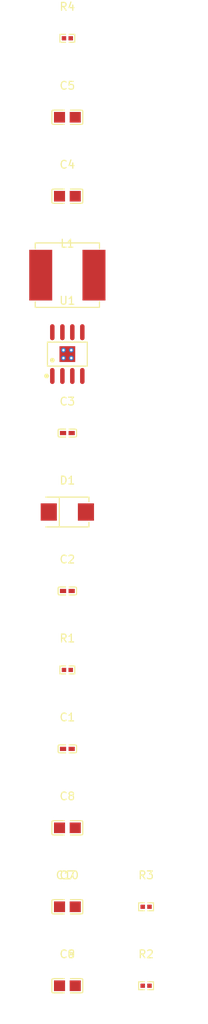
<source format=kicad_pcb>
(kicad_pcb (version 20241229) (generator "atopile") (generator_version "0.3.24")
  (layers (0 "F.Cu" signal) (31 "B.Cu" signal) (34 "B.Paste" user) (35 "F.Paste" user) (36 "B.SilkS" user "B.Silkscreen") (37 "F.SilkS" user "F.Silkscreen") (38 "B.Mask" user) (39 "F.Mask" user) (44 "Edge.Cuts" user))
  (net 0 "")
  (net 1 "hv")
  (net 2 "COMP")
  (net 3 "net")
  (net 5 "SW")
  (net 6 "gnd")
  (net 7 "BOOT")
  (net 8 "RT_CLK")
  (net 9 "FB")
  (net 10 "regulator-hv")
  (footprint "atopile:C0805-3b2e55" (layer "F.Cu") (at 0 0 0)
    (property "Reference" "C6" (at 0 -4 0) (layer "F.SilkS") (hide no))
    (property "Value" "10µF ±10% 50V X5R")
    (fp_line (start 1.81 -0.9) (end 0.4 -0.9) (stroke (width 0.15)) (layer "F.SilkS"))
    (fp_line (start 0.4 0.9) (end 1.81 0.9) (stroke (width 0.15)) (layer "F.SilkS"))
    (fp_line (start 1.96 0.75) (end 1.96 -0.75) (stroke (width 0.15)) (layer "F.SilkS"))
    (fp_line (start -1.81 -0.9) (end -0.4 -0.9) (stroke (width 0.15)) (layer "F.SilkS"))
    (fp_line (start -0.4 0.9) (end -1.81 0.9) (stroke (width 0.15)) (layer "F.SilkS"))
    (fp_line (start -1.96 0.75) (end -1.96 -0.75) (stroke (width 0.15)) (layer "F.SilkS"))
    (fp_arc (start 1.96 0.75) (mid 1.9160660171779822 0.856066017177982) (end 1.81 0.8999999999999999) (stroke (width 0.15)) (layer "F.SilkS"))
    (fp_arc (start 1.81 -0.9) (mid 1.9160660171779822 -0.8560660171779821) (end 1.96 -0.75) (stroke (width 0.15)) (layer "F.SilkS"))
    (fp_arc (start -1.96 0.75) (mid -1.9160660171779822 0.856066017177982) (end -1.81 0.8999999999999999) (stroke (width 0.15)) (layer "F.SilkS"))
    (fp_arc (start -1.81 -0.9) (mid -1.9160660171779822 -0.8560660171779821) (end -1.96 -0.75) (stroke (width 0.15)) (layer "F.SilkS"))
    (fp_text user "${REFERENCE}" (at 0 -4 0) (layer "F.SilkS"))
    (pad "2" smd rect (at 1 0 0) (size 1.41 1.35) (layers "F.Cu" "F.Paste" "F.Mask") (net 6 "gnd"))
    (pad "1" smd rect (at -1 0 0) (size 1.41 1.35) (layers "F.Cu" "F.Paste" "F.Mask") (net 1 "hv"))
  )
  (footprint "atopile:C0805-3b2e55" (layer "F.Cu") (at 0 -10 0)
    (property "Reference" "C7" (at 0 -4 0) (layer "F.SilkS") (hide no))
    (property "Value" "22µF ±20% 25V X5R")
    (fp_line (start 1.81 -0.9) (end 0.4 -0.9) (stroke (width 0.15)) (layer "F.SilkS"))
    (fp_line (start 0.4 0.9) (end 1.81 0.9) (stroke (width 0.15)) (layer "F.SilkS"))
    (fp_line (start 1.96 0.75) (end 1.96 -0.75) (stroke (width 0.15)) (layer "F.SilkS"))
    (fp_line (start -1.81 -0.9) (end -0.4 -0.9) (stroke (width 0.15)) (layer "F.SilkS"))
    (fp_line (start -0.4 0.9) (end -1.81 0.9) (stroke (width 0.15)) (layer "F.SilkS"))
    (fp_line (start -1.96 0.75) (end -1.96 -0.75) (stroke (width 0.15)) (layer "F.SilkS"))
    (fp_arc (start 1.96 0.75) (mid 1.9160660171779822 0.856066017177982) (end 1.81 0.8999999999999999) (stroke (width 0.15)) (layer "F.SilkS"))
    (fp_arc (start 1.81 -0.9) (mid 1.9160660171779822 -0.8560660171779821) (end 1.96 -0.75) (stroke (width 0.15)) (layer "F.SilkS"))
    (fp_arc (start -1.96 0.75) (mid -1.9160660171779822 0.856066017177982) (end -1.81 0.8999999999999999) (stroke (width 0.15)) (layer "F.SilkS"))
    (fp_arc (start -1.81 -0.9) (mid -1.9160660171779822 -0.8560660171779821) (end -1.96 -0.75) (stroke (width 0.15)) (layer "F.SilkS"))
    (fp_text user "${REFERENCE}" (at 0 -4 0) (layer "F.SilkS"))
    (pad "2" smd rect (at 1 0 0) (size 1.41 1.35) (layers "F.Cu" "F.Paste" "F.Mask") (net 6 "gnd"))
    (pad "1" smd rect (at -1 0 0) (size 1.41 1.35) (layers "F.Cu" "F.Paste" "F.Mask") (net 10 "regulator-hv"))
  )
  (footprint "atopile:C0805-3b2e55" (layer "F.Cu") (at 0 -20 0)
    (property "Reference" "C8" (at 0 -4 0) (layer "F.SilkS") (hide no))
    (property "Value" "22µF ±20% 25V X5R")
    (fp_line (start 1.81 -0.9) (end 0.4 -0.9) (stroke (width 0.15)) (layer "F.SilkS"))
    (fp_line (start 0.4 0.9) (end 1.81 0.9) (stroke (width 0.15)) (layer "F.SilkS"))
    (fp_line (start 1.96 0.75) (end 1.96 -0.75) (stroke (width 0.15)) (layer "F.SilkS"))
    (fp_line (start -1.81 -0.9) (end -0.4 -0.9) (stroke (width 0.15)) (layer "F.SilkS"))
    (fp_line (start -0.4 0.9) (end -1.81 0.9) (stroke (width 0.15)) (layer "F.SilkS"))
    (fp_line (start -1.96 0.75) (end -1.96 -0.75) (stroke (width 0.15)) (layer "F.SilkS"))
    (fp_arc (start 1.96 0.75) (mid 1.9160660171779822 0.856066017177982) (end 1.81 0.8999999999999999) (stroke (width 0.15)) (layer "F.SilkS"))
    (fp_arc (start 1.81 -0.9) (mid 1.9160660171779822 -0.8560660171779821) (end 1.96 -0.75) (stroke (width 0.15)) (layer "F.SilkS"))
    (fp_arc (start -1.96 0.75) (mid -1.9160660171779822 0.856066017177982) (end -1.81 0.8999999999999999) (stroke (width 0.15)) (layer "F.SilkS"))
    (fp_arc (start -1.81 -0.9) (mid -1.9160660171779822 -0.8560660171779821) (end -1.96 -0.75) (stroke (width 0.15)) (layer "F.SilkS"))
    (fp_text user "${REFERENCE}" (at 0 -4 0) (layer "F.SilkS"))
    (pad "2" smd rect (at 1 0 0) (size 1.41 1.35) (layers "F.Cu" "F.Paste" "F.Mask") (net 6 "gnd"))
    (pad "1" smd rect (at -1 0 0) (size 1.41 1.35) (layers "F.Cu" "F.Paste" "F.Mask") (net 10 "regulator-hv"))
  )
  (footprint "atopile:C0402-b3ef17" (layer "F.Cu") (at 0 -30 0)
    (property "Reference" "C1" (at 0 -4 0) (layer "F.SilkS") (hide no))
    (property "Value" "100nF ±10% 50V X7R")
    (fp_line (start 1.02 -0.5) (end 0.23 -0.5) (stroke (width 0.15)) (layer "F.SilkS"))
    (fp_line (start 0.23 0.5) (end 1.02 0.5) (stroke (width 0.15)) (layer "F.SilkS"))
    (fp_line (start 1.17 0.35) (end 1.17 -0.35) (stroke (width 0.15)) (layer "F.SilkS"))
    (fp_line (start -1.02 -0.5) (end -0.23 -0.5) (stroke (width 0.15)) (layer "F.SilkS"))
    (fp_line (start -0.23 0.5) (end -1.02 0.5) (stroke (width 0.15)) (layer "F.SilkS"))
    (fp_line (start -1.17 0.35) (end -1.17 -0.35) (stroke (width 0.15)) (layer "F.SilkS"))
    (fp_arc (start 1.17 0.35) (mid 1.1260660171779822 0.456066017177982) (end 1.02 0.4999999999999999) (stroke (width 0.15)) (layer "F.SilkS"))
    (fp_arc (start 1.02 -0.5) (mid 1.1260660171779822 -0.4560660171779821) (end 1.17 -0.35) (stroke (width 0.15)) (layer "F.SilkS"))
    (fp_arc (start -1.17 0.35) (mid -1.1260660171779822 0.456066017177982) (end -1.02 0.4999999999999999) (stroke (width 0.15)) (layer "F.SilkS"))
    (fp_arc (start -1.02 -0.5) (mid -1.1260660171779822 -0.4560660171779821) (end -1.17 -0.35) (stroke (width 0.15)) (layer "F.SilkS"))
    (fp_text user "${REFERENCE}" (at 0 -4 0) (layer "F.SilkS"))
    (pad "2" smd rect (at 0.55 0 0) (size 0.79 0.54) (layers "F.Cu" "F.Paste" "F.Mask") (net 5 "SW"))
    (pad "1" smd rect (at -0.55 0 0) (size 0.79 0.54) (layers "F.Cu" "F.Paste" "F.Mask") (net 7 "BOOT"))
  )
  (footprint "atopile:R0402-56259e" (layer "F.Cu") (at 0 -40 0)
    (property "Reference" "R1" (at 0 -4 0) (layer "F.SilkS") (hide no))
    (property "Value" "24kΩ ±0% 62.5mW")
    (fp_line (start -0.23 0.5) (end -0.94 0.5) (stroke (width 0.15)) (layer "F.SilkS"))
    (fp_line (start -0.94 0.5) (end -0.94 -0.5) (stroke (width 0.15)) (layer "F.SilkS"))
    (fp_line (start -0.94 -0.5) (end -0.23 -0.5) (stroke (width 0.15)) (layer "F.SilkS"))
    (fp_line (start 0.23 0.5) (end 0.94 0.5) (stroke (width 0.15)) (layer "F.SilkS"))
    (fp_line (start 0.94 0.5) (end 0.94 -0.5) (stroke (width 0.15)) (layer "F.SilkS"))
    (fp_line (start 0.94 -0.5) (end 0.23 -0.5) (stroke (width 0.15)) (layer "F.SilkS"))
    (fp_text user "${REFERENCE}" (at 0 -4 0) (layer "F.SilkS"))
    (pad "2" smd rect (at 0.43 0 0) (size 0.57 0.54) (layers "F.Cu" "F.Paste" "F.Mask") (net 3 "net"))
    (pad "1" smd rect (at -0.43 0 0) (size 0.57 0.54) (layers "F.Cu" "F.Paste" "F.Mask") (net 2 "COMP"))
  )
  (footprint "atopile:C0402-b3ef17" (layer "F.Cu") (at 0 -50 0)
    (property "Reference" "C2" (at 0 -4 0) (layer "F.SilkS") (hide no))
    (property "Value" "4.7nF ±5% 50V C0G")
    (fp_line (start 1.02 -0.5) (end 0.23 -0.5) (stroke (width 0.15)) (layer "F.SilkS"))
    (fp_line (start 0.23 0.5) (end 1.02 0.5) (stroke (width 0.15)) (layer "F.SilkS"))
    (fp_line (start 1.17 0.35) (end 1.17 -0.35) (stroke (width 0.15)) (layer "F.SilkS"))
    (fp_line (start -1.02 -0.5) (end -0.23 -0.5) (stroke (width 0.15)) (layer "F.SilkS"))
    (fp_line (start -0.23 0.5) (end -1.02 0.5) (stroke (width 0.15)) (layer "F.SilkS"))
    (fp_line (start -1.17 0.35) (end -1.17 -0.35) (stroke (width 0.15)) (layer "F.SilkS"))
    (fp_arc (start 1.17 0.35) (mid 1.1260660171779822 0.456066017177982) (end 1.02 0.4999999999999999) (stroke (width 0.15)) (layer "F.SilkS"))
    (fp_arc (start 1.02 -0.5) (mid 1.1260660171779822 -0.4560660171779821) (end 1.17 -0.35) (stroke (width 0.15)) (layer "F.SilkS"))
    (fp_arc (start -1.17 0.35) (mid -1.1260660171779822 0.456066017177982) (end -1.02 0.4999999999999999) (stroke (width 0.15)) (layer "F.SilkS"))
    (fp_arc (start -1.02 -0.5) (mid -1.1260660171779822 -0.4560660171779821) (end -1.17 -0.35) (stroke (width 0.15)) (layer "F.SilkS"))
    (fp_text user "${REFERENCE}" (at 0 -4 0) (layer "F.SilkS"))
    (pad "2" smd rect (at 0.55 0 0) (size 0.79 0.54) (layers "F.Cu" "F.Paste" "F.Mask") (net 6 "gnd"))
    (pad "1" smd rect (at -0.55 0 0) (size 0.79 0.54) (layers "F.Cu" "F.Paste" "F.Mask") (net 3 "net"))
  )
  (footprint "atopile:SMB_L4.6-W3.6-LS5.3-RD-330cb3" (layer "F.Cu") (at 0 -60 0)
    (property "Reference" "D1" (at 0 -4 0) (layer "F.SilkS") (hide no))
    (property "Value" "")
    (fp_line (start -1.02 -1.89) (end -1.02 1.89) (stroke (width 0.15)) (layer "F.SilkS"))
    (fp_line (start -2.74 -1.89) (end 2.74 -1.89) (stroke (width 0.15)) (layer "F.SilkS"))
    (fp_line (start -2.74 1.89) (end 2.74 1.89) (stroke (width 0.15)) (layer "F.SilkS"))
    (fp_line (start 2.74 -1.89) (end 2.74 -1.3) (stroke (width 0.15)) (layer "F.SilkS"))
    (fp_line (start 2.74 1.89) (end 2.74 1.3) (stroke (width 0.15)) (layer "F.SilkS"))
    (fp_text user "${REFERENCE}" (at 0 -4 0) (layer "F.SilkS"))
    (pad "2" smd rect (at 2.36 0 0) (size 2.05 2.19) (layers "F.Cu" "F.Paste" "F.Mask") (net 6 "gnd"))
    (pad "1" smd rect (at -2.36 0 0) (size 2.05 2.19) (layers "F.Cu" "F.Paste" "F.Mask") (net 5 "SW"))
  )
  (footprint "atopile:C0402-b3ef17" (layer "F.Cu") (at 0 -70 0)
    (property "Reference" "C3" (at 0 -4 0) (layer "F.SilkS") (hide no))
    (property "Value" "8.2pF ±5% 50V C0G")
    (fp_line (start 1.02 -0.5) (end 0.23 -0.5) (stroke (width 0.15)) (layer "F.SilkS"))
    (fp_line (start 0.23 0.5) (end 1.02 0.5) (stroke (width 0.15)) (layer "F.SilkS"))
    (fp_line (start 1.17 0.35) (end 1.17 -0.35) (stroke (width 0.15)) (layer "F.SilkS"))
    (fp_line (start -1.02 -0.5) (end -0.23 -0.5) (stroke (width 0.15)) (layer "F.SilkS"))
    (fp_line (start -0.23 0.5) (end -1.02 0.5) (stroke (width 0.15)) (layer "F.SilkS"))
    (fp_line (start -1.17 0.35) (end -1.17 -0.35) (stroke (width 0.15)) (layer "F.SilkS"))
    (fp_arc (start 1.17 0.35) (mid 1.1260660171779822 0.456066017177982) (end 1.02 0.4999999999999999) (stroke (width 0.15)) (layer "F.SilkS"))
    (fp_arc (start 1.02 -0.5) (mid 1.1260660171779822 -0.4560660171779821) (end 1.17 -0.35) (stroke (width 0.15)) (layer "F.SilkS"))
    (fp_arc (start -1.17 0.35) (mid -1.1260660171779822 0.456066017177982) (end -1.02 0.4999999999999999) (stroke (width 0.15)) (layer "F.SilkS"))
    (fp_arc (start -1.02 -0.5) (mid -1.1260660171779822 -0.4560660171779821) (end -1.17 -0.35) (stroke (width 0.15)) (layer "F.SilkS"))
    (fp_text user "${REFERENCE}" (at 0 -4 0) (layer "F.SilkS"))
    (pad "2" smd rect (at 0.55 0 0) (size 0.79 0.54) (layers "F.Cu" "F.Paste" "F.Mask") (net 6 "gnd"))
    (pad "1" smd rect (at -0.55 0 0) (size 0.79 0.54) (layers "F.Cu" "F.Paste" "F.Mask") (net 2 "COMP"))
  )
  (footprint "atopile:SOIC-8_L5.0-W4.0-P1.27-LS6.0-BL-EP2.0-748c0f" (layer "F.Cu") (at 0 -80 0)
    (property "Reference" "U1" (at 0 -6.77 0) (layer "F.SilkS") (hide no))
    (property "Value" "")
    (fp_line (start -2.53 1.52) (end -2.53 -1.52) (stroke (width 0.15)) (layer "F.SilkS"))
    (fp_line (start -2.53 -1.52) (end 2.53 -1.52) (stroke (width 0.15)) (layer "F.SilkS"))
    (fp_line (start 2.53 -1.52) (end 2.53 1.52) (stroke (width 0.15)) (layer "F.SilkS"))
    (fp_line (start 2.53 1.52) (end -2.53 1.52) (stroke (width 0.15)) (layer "F.SilkS"))
    (fp_circle (center -1.91 0.77) (end -1.76 0.77) (stroke (width 0.3)) (fill no) (layer "F.SilkS"))
    (fp_circle (center -2.64 2.77) (end -2.49 2.77) (stroke (width 0.3)) (fill no) (layer "F.SilkS"))
    (fp_text user "${REFERENCE}" (at 0 -6.77 0) (layer "F.SilkS"))
    (pad "1" smd oval (at -1.91 2.77 0) (size 0.57 2.04) (layers "F.Cu" "F.Paste" "F.Mask") (net 7 "BOOT"))
    (pad "2" smd oval (at -0.63 2.77 0) (size 0.57 2.04) (layers "F.Cu" "F.Paste" "F.Mask") (net 1 "hv"))
    (pad "3" smd oval (at 0.63 2.77 0) (size 0.57 2.04) (layers "F.Cu" "F.Paste" "F.Mask") (net 1 "hv"))
    (pad "4" smd oval (at 1.9 2.77 0) (size 0.57 2.04) (layers "F.Cu" "F.Paste" "F.Mask") (net 8 "RT_CLK"))
    (pad "8" smd oval (at -1.91 -2.77 0) (size 0.57 2.04) (layers "F.Cu" "F.Paste" "F.Mask") (net 5 "SW"))
    (pad "7" smd oval (at -0.63 -2.77 0) (size 0.57 2.04) (layers "F.Cu" "F.Paste" "F.Mask") (net 6 "gnd"))
    (pad "6" smd oval (at 0.63 -2.77 0) (size 0.57 2.04) (layers "F.Cu" "F.Paste" "F.Mask") (net 2 "COMP"))
    (pad "5" smd oval (at 1.9 -2.77 0) (size 0.57 2.04) (layers "F.Cu" "F.Paste" "F.Mask") (net 9 "FB"))
    (pad "9" smd rect (at 0 0 0) (size 2 2) (layers "F.Cu" "F.Paste" "F.Mask") (net 6 "gnd"))
    (pad "" thru_hole circle (at 0.5 -0.5 0) (size 0.61 0.61) (drill 0.3) (layers "*.Cu" "*.Paste" "*.Mask"))
    (pad "" thru_hole circle (at -0.5 -0.5 0) (size 0.61 0.61) (drill 0.3) (layers "*.Cu" "*.Paste" "*.Mask"))
    (pad "" thru_hole circle (at -0.5 0.5 0) (size 0.61 0.61) (drill 0.3) (layers "*.Cu" "*.Paste" "*.Mask"))
    (pad "" thru_hole circle (at 0.5 0.5 0) (size 0.61 0.61) (drill 0.3) (layers "*.Cu" "*.Paste" "*.Mask"))
  )
  (footprint "atopile:IND-SMD_L8.0-W8.0_SWPA8040S-2a70f8" (layer "F.Cu") (at 0 -90 0)
    (property "Reference" "L1" (at 0 -4 0) (layer "F.SilkS") (hide no))
    (property "Value" "")
    (fp_line (start -4.08 -3.36) (end -4.08 -4.08) (stroke (width 0.15)) (layer "F.SilkS"))
    (fp_line (start -4.08 -4.08) (end 4.08 -4.08) (stroke (width 0.15)) (layer "F.SilkS"))
    (fp_line (start 4.08 -4.08) (end 4.08 -3.36) (stroke (width 0.15)) (layer "F.SilkS"))
    (fp_line (start -4.08 3.36) (end -4.08 4.08) (stroke (width 0.15)) (layer "F.SilkS"))
    (fp_line (start -4.08 4.08) (end 4.08 4.08) (stroke (width 0.15)) (layer "F.SilkS"))
    (fp_line (start 4.08 4.08) (end 4.08 3.36) (stroke (width 0.15)) (layer "F.SilkS"))
    (fp_text user "${REFERENCE}" (at 0 -4 0) (layer "F.SilkS"))
    (pad "1" smd rect (at 3.38 0 0) (size 2.92 6.42) (layers "F.Cu" "F.Paste" "F.Mask") (net 5 "SW"))
    (pad "2" smd rect (at -3.38 0 0) (size 2.92 6.42) (layers "F.Cu" "F.Paste" "F.Mask") (net 10 "regulator-hv"))
  )
  (footprint "atopile:C0805-3b2e55" (layer "F.Cu") (at 0 -100 0)
    (property "Reference" "C4" (at 0 -4 0) (layer "F.SilkS") (hide no))
    (property "Value" "10µF ±10% 50V X5R")
    (fp_line (start 1.81 -0.9) (end 0.4 -0.9) (stroke (width 0.15)) (layer "F.SilkS"))
    (fp_line (start 0.4 0.9) (end 1.81 0.9) (stroke (width 0.15)) (layer "F.SilkS"))
    (fp_line (start 1.96 0.75) (end 1.96 -0.75) (stroke (width 0.15)) (layer "F.SilkS"))
    (fp_line (start -1.81 -0.9) (end -0.4 -0.9) (stroke (width 0.15)) (layer "F.SilkS"))
    (fp_line (start -0.4 0.9) (end -1.81 0.9) (stroke (width 0.15)) (layer "F.SilkS"))
    (fp_line (start -1.96 0.75) (end -1.96 -0.75) (stroke (width 0.15)) (layer "F.SilkS"))
    (fp_arc (start 1.96 0.75) (mid 1.9160660171779822 0.856066017177982) (end 1.81 0.8999999999999999) (stroke (width 0.15)) (layer "F.SilkS"))
    (fp_arc (start 1.81 -0.9) (mid 1.9160660171779822 -0.8560660171779821) (end 1.96 -0.75) (stroke (width 0.15)) (layer "F.SilkS"))
    (fp_arc (start -1.96 0.75) (mid -1.9160660171779822 0.856066017177982) (end -1.81 0.8999999999999999) (stroke (width 0.15)) (layer "F.SilkS"))
    (fp_arc (start -1.81 -0.9) (mid -1.9160660171779822 -0.8560660171779821) (end -1.96 -0.75) (stroke (width 0.15)) (layer "F.SilkS"))
    (fp_text user "${REFERENCE}" (at 0 -4 0) (layer "F.SilkS"))
    (pad "2" smd rect (at 1 0 0) (size 1.41 1.35) (layers "F.Cu" "F.Paste" "F.Mask") (net 6 "gnd"))
    (pad "1" smd rect (at -1 0 0) (size 1.41 1.35) (layers "F.Cu" "F.Paste" "F.Mask") (net 1 "hv"))
  )
  (footprint "atopile:C0805-3b2e55" (layer "F.Cu") (at 0 -110 0)
    (property "Reference" "C5" (at 0 -4 0) (layer "F.SilkS") (hide no))
    (property "Value" "10µF ±10% 50V X5R")
    (fp_line (start 1.81 -0.9) (end 0.4 -0.9) (stroke (width 0.15)) (layer "F.SilkS"))
    (fp_line (start 0.4 0.9) (end 1.81 0.9) (stroke (width 0.15)) (layer "F.SilkS"))
    (fp_line (start 1.96 0.75) (end 1.96 -0.75) (stroke (width 0.15)) (layer "F.SilkS"))
    (fp_line (start -1.81 -0.9) (end -0.4 -0.9) (stroke (width 0.15)) (layer "F.SilkS"))
    (fp_line (start -0.4 0.9) (end -1.81 0.9) (stroke (width 0.15)) (layer "F.SilkS"))
    (fp_line (start -1.96 0.75) (end -1.96 -0.75) (stroke (width 0.15)) (layer "F.SilkS"))
    (fp_arc (start 1.96 0.75) (mid 1.9160660171779822 0.856066017177982) (end 1.81 0.8999999999999999) (stroke (width 0.15)) (layer "F.SilkS"))
    (fp_arc (start 1.81 -0.9) (mid 1.9160660171779822 -0.8560660171779821) (end 1.96 -0.75) (stroke (width 0.15)) (layer "F.SilkS"))
    (fp_arc (start -1.96 0.75) (mid -1.9160660171779822 0.856066017177982) (end -1.81 0.8999999999999999) (stroke (width 0.15)) (layer "F.SilkS"))
    (fp_arc (start -1.81 -0.9) (mid -1.9160660171779822 -0.8560660171779821) (end -1.96 -0.75) (stroke (width 0.15)) (layer "F.SilkS"))
    (fp_text user "${REFERENCE}" (at 0 -4 0) (layer "F.SilkS"))
    (pad "2" smd rect (at 1 0 0) (size 1.41 1.35) (layers "F.Cu" "F.Paste" "F.Mask") (net 6 "gnd"))
    (pad "1" smd rect (at -1 0 0) (size 1.41 1.35) (layers "F.Cu" "F.Paste" "F.Mask") (net 1 "hv"))
  )
  (footprint "atopile:R0402-56259e" (layer "F.Cu") (at 0 -120 0)
    (property "Reference" "R4" (at 0 -4 0) (layer "F.SilkS") (hide no))
    (property "Value" "162kΩ ±1% 62.5mW")
    (fp_line (start -0.23 0.5) (end -0.94 0.5) (stroke (width 0.15)) (layer "F.SilkS"))
    (fp_line (start -0.94 0.5) (end -0.94 -0.5) (stroke (width 0.15)) (layer "F.SilkS"))
    (fp_line (start -0.94 -0.5) (end -0.23 -0.5) (stroke (width 0.15)) (layer "F.SilkS"))
    (fp_line (start 0.23 0.5) (end 0.94 0.5) (stroke (width 0.15)) (layer "F.SilkS"))
    (fp_line (start 0.94 0.5) (end 0.94 -0.5) (stroke (width 0.15)) (layer "F.SilkS"))
    (fp_line (start 0.94 -0.5) (end 0.23 -0.5) (stroke (width 0.15)) (layer "F.SilkS"))
    (fp_text user "${REFERENCE}" (at 0 -4 0) (layer "F.SilkS"))
    (pad "2" smd rect (at 0.43 0 0) (size 0.57 0.54) (layers "F.Cu" "F.Paste" "F.Mask") (net 6 "gnd"))
    (pad "1" smd rect (at -0.43 0 0) (size 0.57 0.54) (layers "F.Cu" "F.Paste" "F.Mask") (net 8 "RT_CLK"))
  )
  (footprint "atopile:R0402-56259e" (layer "F.Cu") (at 10 0 0)
    (property "Reference" "R2" (at 0 -4 0) (layer "F.SilkS") (hide no))
    (property "Value" "33kΩ ±1% 62.5mW")
    (fp_line (start -0.23 0.5) (end -0.94 0.5) (stroke (width 0.15)) (layer "F.SilkS"))
    (fp_line (start -0.94 0.5) (end -0.94 -0.5) (stroke (width 0.15)) (layer "F.SilkS"))
    (fp_line (start -0.94 -0.5) (end -0.23 -0.5) (stroke (width 0.15)) (layer "F.SilkS"))
    (fp_line (start 0.23 0.5) (end 0.94 0.5) (stroke (width 0.15)) (layer "F.SilkS"))
    (fp_line (start 0.94 0.5) (end 0.94 -0.5) (stroke (width 0.15)) (layer "F.SilkS"))
    (fp_line (start 0.94 -0.5) (end 0.23 -0.5) (stroke (width 0.15)) (layer "F.SilkS"))
    (fp_text user "${REFERENCE}" (at 0 -4 0) (layer "F.SilkS"))
    (pad "2" smd rect (at 0.43 0 0) (size 0.57 0.54) (layers "F.Cu" "F.Paste" "F.Mask") (net 6 "gnd"))
    (pad "1" smd rect (at -0.43 0 0) (size 0.57 0.54) (layers "F.Cu" "F.Paste" "F.Mask") (net 9 "FB"))
  )
  (footprint "atopile:R0402-56259e" (layer "F.Cu") (at 10 -10 0)
    (property "Reference" "R3" (at 0 -4 0) (layer "F.SilkS") (hide no))
    (property "Value" "100kΩ ±1% 62.5mW")
    (fp_line (start -0.23 0.5) (end -0.94 0.5) (stroke (width 0.15)) (layer "F.SilkS"))
    (fp_line (start -0.94 0.5) (end -0.94 -0.5) (stroke (width 0.15)) (layer "F.SilkS"))
    (fp_line (start -0.94 -0.5) (end -0.23 -0.5) (stroke (width 0.15)) (layer "F.SilkS"))
    (fp_line (start 0.23 0.5) (end 0.94 0.5) (stroke (width 0.15)) (layer "F.SilkS"))
    (fp_line (start 0.94 0.5) (end 0.94 -0.5) (stroke (width 0.15)) (layer "F.SilkS"))
    (fp_line (start 0.94 -0.5) (end 0.23 -0.5) (stroke (width 0.15)) (layer "F.SilkS"))
    (fp_text user "${REFERENCE}" (at 0 -4 0) (layer "F.SilkS"))
    (pad "2" smd rect (at 0.43 0 0) (size 0.57 0.54) (layers "F.Cu" "F.Paste" "F.Mask") (net 9 "FB"))
    (pad "1" smd rect (at -0.43 0 0) (size 0.57 0.54) (layers "F.Cu" "F.Paste" "F.Mask") (net 10 "regulator-hv"))
  )
  (footprint "atopile:C0805-3b2e55" (layer "F.Cu") (at 0 0 0)
    (property "Reference" "C9" (at 0 -4 0) (layer "F.SilkS") (hide no))
    (property "Value" "22µF ±20% 25V X5R")
    (fp_line (start 1.81 -0.9) (end 0.4 -0.9) (stroke (width 0.15)) (layer "F.SilkS"))
    (fp_line (start 0.4 0.9) (end 1.81 0.9) (stroke (width 0.15)) (layer "F.SilkS"))
    (fp_line (start 1.96 0.75) (end 1.96 -0.75) (stroke (width 0.15)) (layer "F.SilkS"))
    (fp_line (start -1.81 -0.9) (end -0.4 -0.9) (stroke (width 0.15)) (layer "F.SilkS"))
    (fp_line (start -0.4 0.9) (end -1.81 0.9) (stroke (width 0.15)) (layer "F.SilkS"))
    (fp_line (start -1.96 0.75) (end -1.96 -0.75) (stroke (width 0.15)) (layer "F.SilkS"))
    (fp_arc (start 1.96 0.75) (mid 1.9160660171779822 0.856066017177982) (end 1.81 0.8999999999999999) (stroke (width 0.15)) (layer "F.SilkS"))
    (fp_arc (start 1.81 -0.9) (mid 1.9160660171779822 -0.8560660171779821) (end 1.96 -0.75) (stroke (width 0.15)) (layer "F.SilkS"))
    (fp_arc (start -1.96 0.75) (mid -1.9160660171779822 0.856066017177982) (end -1.81 0.8999999999999999) (stroke (width 0.15)) (layer "F.SilkS"))
    (fp_arc (start -1.81 -0.9) (mid -1.9160660171779822 -0.8560660171779821) (end -1.96 -0.75) (stroke (width 0.15)) (layer "F.SilkS"))
    (fp_text user "${REFERENCE}" (at 0 -4 0) (layer "F.SilkS"))
    (pad "2" smd rect (at 1 0 0) (size 1.41 1.35) (layers "F.Cu" "F.Paste" "F.Mask") (net 6 "gnd"))
    (pad "1" smd rect (at -1 0 0) (size 1.41 1.35) (layers "F.Cu" "F.Paste" "F.Mask") (net 10 "regulator-hv"))
  )
  (footprint "atopile:C0805-3b2e55" (layer "F.Cu") (at 0 -10 0)
    (property "Reference" "C10" (at 0 -4 0) (layer "F.SilkS") (hide no))
    (property "Value" "22µF ±20% 25V X5R")
    (fp_line (start 1.81 -0.9) (end 0.4 -0.9) (stroke (width 0.15)) (layer "F.SilkS"))
    (fp_line (start 0.4 0.9) (end 1.81 0.9) (stroke (width 0.15)) (layer "F.SilkS"))
    (fp_line (start 1.96 0.75) (end 1.96 -0.75) (stroke (width 0.15)) (layer "F.SilkS"))
    (fp_line (start -1.81 -0.9) (end -0.4 -0.9) (stroke (width 0.15)) (layer "F.SilkS"))
    (fp_line (start -0.4 0.9) (end -1.81 0.9) (stroke (width 0.15)) (layer "F.SilkS"))
    (fp_line (start -1.96 0.75) (end -1.96 -0.75) (stroke (width 0.15)) (layer "F.SilkS"))
    (fp_arc (start 1.96 0.75) (mid 1.9160660171779822 0.856066017177982) (end 1.81 0.8999999999999999) (stroke (width 0.15)) (layer "F.SilkS"))
    (fp_arc (start 1.81 -0.9) (mid 1.9160660171779822 -0.8560660171779821) (end 1.96 -0.75) (stroke (width 0.15)) (layer "F.SilkS"))
    (fp_arc (start -1.96 0.75) (mid -1.9160660171779822 0.856066017177982) (end -1.81 0.8999999999999999) (stroke (width 0.15)) (layer "F.SilkS"))
    (fp_arc (start -1.81 -0.9) (mid -1.9160660171779822 -0.8560660171779821) (end -1.96 -0.75) (stroke (width 0.15)) (layer "F.SilkS"))
    (fp_text user "${REFERENCE}" (at 0 -4 0) (layer "F.SilkS"))
    (pad "2" smd rect (at 1 0 0) (size 1.41 1.35) (layers "F.Cu" "F.Paste" "F.Mask") (net 6 "gnd"))
    (pad "1" smd rect (at -1 0 0) (size 1.41 1.35) (layers "F.Cu" "F.Paste" "F.Mask") (net 10 "regulator-hv"))
  )
)
</source>
